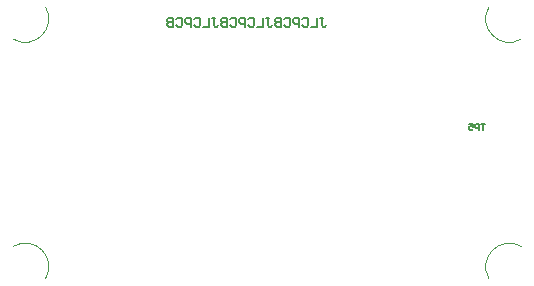
<source format=gbo>
G04 Layer_Color=5242367*
%FSAX44Y44*%
%MOMM*%
G71*
G01*
G75*
%ADD23C,0.1270*%
%ADD24C,0.2032*%
%ADD41C,0.1016*%
D23*
X07129000Y08540578D02*
X07125615D01*
X07127307D01*
Y08535500D01*
X07123922D02*
Y08540578D01*
X07121382D01*
X07120536Y08539732D01*
Y08538039D01*
X07121382Y08537193D01*
X07123922D01*
X07115458Y08540578D02*
X07118843D01*
Y08538039D01*
X07117150Y08538885D01*
X07116304D01*
X07115458Y08538039D01*
Y08536346D01*
X07116304Y08535500D01*
X07117997D01*
X07118843Y08536346D01*
D24*
X06989922Y08630618D02*
X06992461D01*
X06991191D01*
Y08624269D01*
X06992461Y08623000D01*
X06993730D01*
X06995000Y08624269D01*
X06987382Y08630618D02*
Y08623000D01*
X06982304D01*
X06974687Y08629348D02*
X06975956Y08630618D01*
X06978495D01*
X06979765Y08629348D01*
Y08624269D01*
X06978495Y08623000D01*
X06975956D01*
X06974687Y08624269D01*
X06972147Y08623000D02*
Y08630618D01*
X06968339D01*
X06967069Y08629348D01*
Y08626809D01*
X06968339Y08625539D01*
X06972147D01*
X06959451Y08629348D02*
X06960721Y08630618D01*
X06963260D01*
X06964530Y08629348D01*
Y08624269D01*
X06963260Y08623000D01*
X06960721D01*
X06959451Y08624269D01*
X06956912Y08630618D02*
Y08623000D01*
X06953104D01*
X06951834Y08624269D01*
Y08625539D01*
X06953104Y08626809D01*
X06956912D01*
X06953104D01*
X06951834Y08628078D01*
Y08629348D01*
X06953104Y08630618D01*
X06956912D01*
X06944216D02*
X06946755D01*
X06945486D01*
Y08624269D01*
X06946755Y08623000D01*
X06948025D01*
X06949295Y08624269D01*
X06941677Y08630618D02*
Y08623000D01*
X06936599D01*
X06928981Y08629348D02*
X06930251Y08630618D01*
X06932790D01*
X06934059Y08629348D01*
Y08624269D01*
X06932790Y08623000D01*
X06930251D01*
X06928981Y08624269D01*
X06926442Y08623000D02*
Y08630618D01*
X06922634D01*
X06921364Y08629348D01*
Y08626809D01*
X06922634Y08625539D01*
X06926442D01*
X06913746Y08629348D02*
X06915016Y08630618D01*
X06917555D01*
X06918824Y08629348D01*
Y08624269D01*
X06917555Y08623000D01*
X06915016D01*
X06913746Y08624269D01*
X06911207Y08630618D02*
Y08623000D01*
X06907398D01*
X06906129Y08624269D01*
Y08625539D01*
X06907398Y08626809D01*
X06911207D01*
X06907398D01*
X06906129Y08628078D01*
Y08629348D01*
X06907398Y08630618D01*
X06911207D01*
X06898511D02*
X06901050D01*
X06899781D01*
Y08624269D01*
X06901050Y08623000D01*
X06902320D01*
X06903589Y08624269D01*
X06895972Y08630618D02*
Y08623000D01*
X06890894D01*
X06883276Y08629348D02*
X06884546Y08630618D01*
X06887085D01*
X06888354Y08629348D01*
Y08624269D01*
X06887085Y08623000D01*
X06884546D01*
X06883276Y08624269D01*
X06880737Y08623000D02*
Y08630618D01*
X06876928D01*
X06875659Y08629348D01*
Y08626809D01*
X06876928Y08625539D01*
X06880737D01*
X06868041Y08629348D02*
X06869310Y08630618D01*
X06871850D01*
X06873120Y08629348D01*
Y08624269D01*
X06871850Y08623000D01*
X06869310D01*
X06868041Y08624269D01*
X06865502Y08630618D02*
Y08623000D01*
X06861693D01*
X06860424Y08624269D01*
Y08625539D01*
X06861693Y08626809D01*
X06865502D01*
X06861693D01*
X06860424Y08628078D01*
Y08629348D01*
X06861693Y08630618D01*
X06865502D01*
D41*
X06730000Y08612679D02*
G03*
X06757321Y08640000I00010000J00017320D01*
G01*
X07132679Y08640000D02*
G03*
X07160000Y08612679I00017320J-00010000D01*
G01*
Y08437321D02*
G03*
X07132679Y08410000I-00010000J-00017320D01*
G01*
X06757321Y08410000D02*
G03*
X06730000Y08437321I-00017320J00010000D01*
G01*
M02*

</source>
